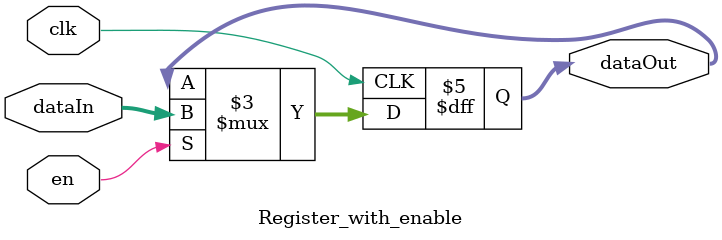
<source format=v>
`timescale 1ns / 1ps
module Register_with_enable(input clk,en,input [31:0] dataIn,output reg [31:0] dataOut
    );
	 
always@(posedge clk)
begin
	if(en)
	begin 
	dataOut=dataIn;
	end
end
endmodule

</source>
